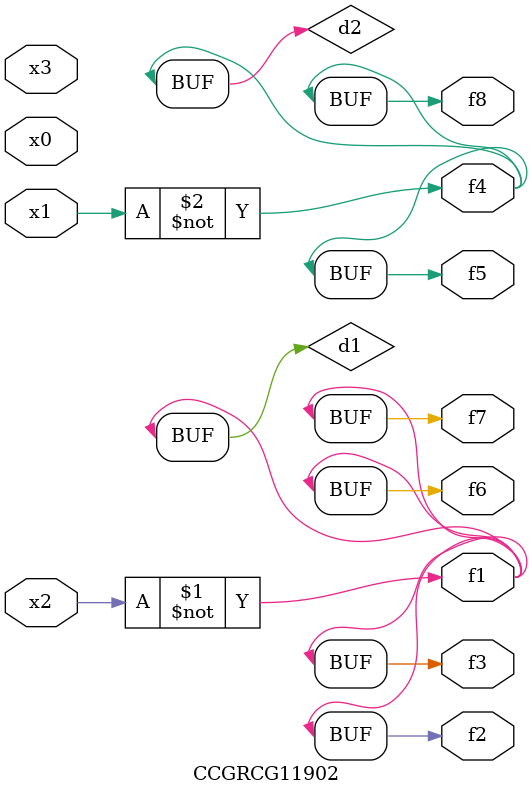
<source format=v>
module CCGRCG11902(
	input x0, x1, x2, x3,
	output f1, f2, f3, f4, f5, f6, f7, f8
);

	wire d1, d2;

	xnor (d1, x2);
	not (d2, x1);
	assign f1 = d1;
	assign f2 = d1;
	assign f3 = d1;
	assign f4 = d2;
	assign f5 = d2;
	assign f6 = d1;
	assign f7 = d1;
	assign f8 = d2;
endmodule

</source>
